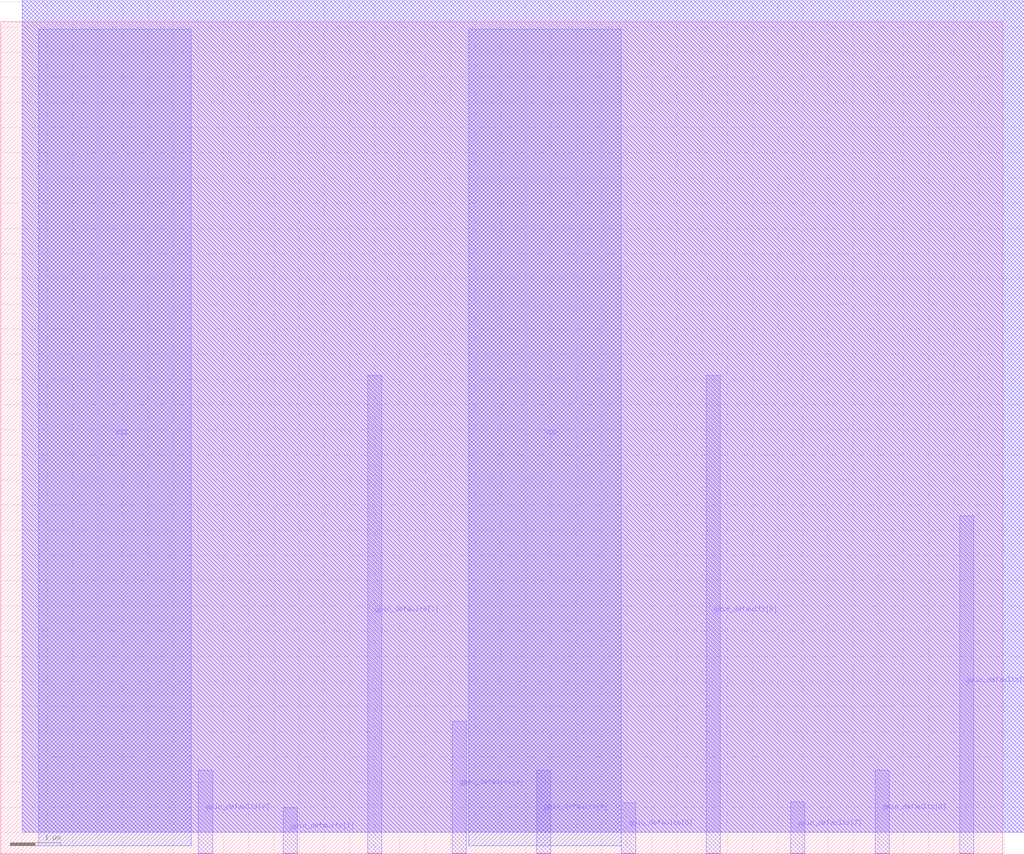
<source format=lef>
VERSION 5.7 ;
  NOWIREEXTENSIONATPIN ON ;
  DIVIDERCHAR "/" ;
  BUSBITCHARS "[]" ;
MACRO gpio_defaults_block
  CLASS BLOCK ;
  FOREIGN gpio_defaults_block ;
  ORIGIN 0.430 0.430 ;
  SIZE 19.900 BY 16.540 ;
  PIN gpio_defaults[0]
    PORT
      LAYER Metal2 ;
        RECT 3.500 -0.420 3.780 1.235 ;
    END
  END gpio_defaults[0]
  PIN gpio_defaults[4]
    PORT
      LAYER Metal2 ;
        RECT 10.220 -0.420 10.500 1.235 ;
    END
  END gpio_defaults[4]
  PIN gpio_defaults[8]
    PORT
      LAYER Metal2 ;
        RECT 16.940 -0.420 17.220 1.235 ;
    END
  END gpio_defaults[8]
  PIN gpio_defaults[7]
    PORT
      LAYER Metal2 ;
        RECT 15.260 -0.420 15.540 0.605 ;
    END
  END gpio_defaults[7]
  PIN gpio_defaults[1]
    PORT
      LAYER Metal2 ;
        RECT 5.180 -0.420 5.460 0.485 ;
    END
  END gpio_defaults[1]
  PIN gpio_defaults[5]
    PORT
      LAYER Metal2 ;
        RECT 11.900 -0.420 12.180 0.590 ;
    END
  END gpio_defaults[5]
  PIN gpio_defaults[9]
    PORT
      LAYER Metal2 ;
        RECT 18.620 -0.420 18.900 6.285 ;
    END
  END gpio_defaults[9]
  PIN gpio_defaults[3]
    PORT
      LAYER Metal2 ;
        RECT 8.540 -0.420 8.820 2.200 ;
    END
  END gpio_defaults[3]
  PIN gpio_defaults[2]
    PORT
      LAYER Metal2 ;
        RECT 6.860 -0.420 7.140 9.075 ;
    END
  END gpio_defaults[2]
  PIN gpio_defaults[6]
    PORT
      LAYER Metal2 ;
        RECT 13.580 -0.420 13.860 9.075 ;
    END
  END gpio_defaults[6]
  PIN VDD
    USE POWER ;
    PORT
      LAYER Metal3 ;
        RECT 8.865 -0.265 11.895 15.960 ;
    END
  END VDD
  PIN VSS
    USE GROUND ;
    PORT
      LAYER Metal3 ;
        RECT 0.330 -0.265 3.360 15.960 ;
    END
  END VSS
  OBS
      LAYER Metal1 ;
        RECT 0 0 19.900 16.540 ;
      LAYER Metal2 ;
        RECT 0 0 19.900 16.540 ;
      LAYER Metal3 ;
        RECT 0 0 19.900 16.540 ;
  END
END gpio_defaults_block
END LIBRARY


</source>
